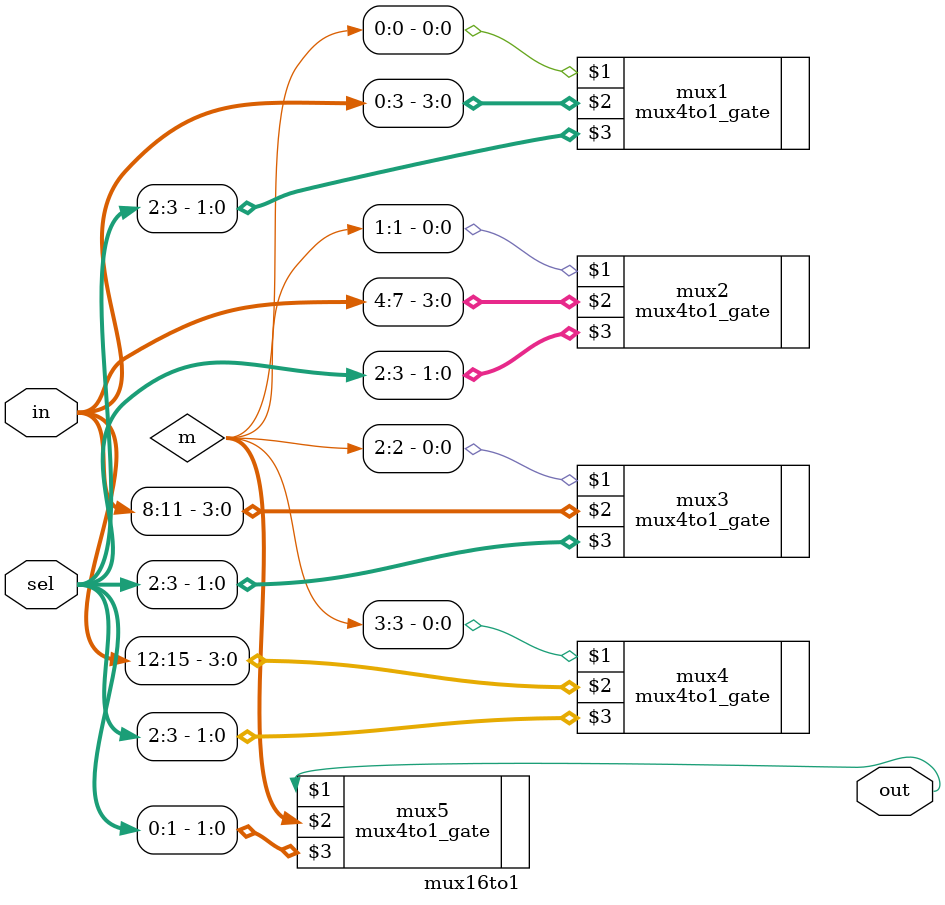
<source format=v>
`include "mux4to1_gate.v"
module mux16to1(out,in,sel);
	input [0:3] sel;
	input [0:15] in;
	output out;
	wire [0:3] m;
	
	not n(n1,sel[0]);
	not nn(n2,sel[1]);
	
	mux4to1_gate mux1(m[0],in[0:3],sel[2:3]);
	mux4to1_gate mux2(m[1],in[4:7],sel[2:3]);
	mux4to1_gate mux3(m[2],in[8:11],sel[2:3]);
	mux4to1_gate mux4(m[3],in[12:15],sel[2:3]);
	
	mux4to1_gate mux5(out,m,sel[0:1]);
endmodule
</source>
